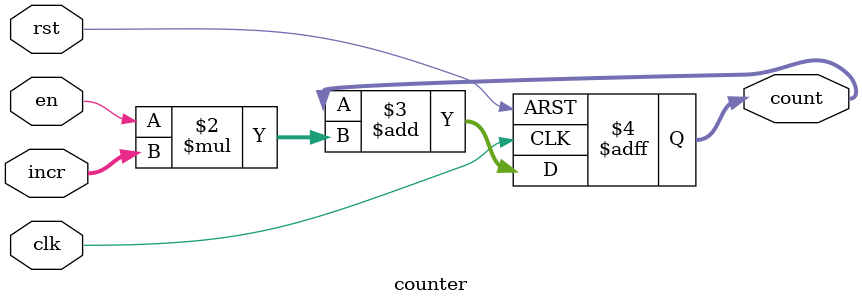
<source format=sv>
module counter #(
    parameter WIDTH = 8
)(
    input logic                 clk,    // clock (duh)
    input logic                 rst,    // reset
    input logic                 en,     // count direction
    input logic [WIDTH-1:0]     incr,
    output logic[WIDTH-1:0]     count   // count output
);

always_ff @(posedge clk, posedge rst) // CHALLENGE asynchronous reset
    if (rst) count <= {WIDTH{1'b0}};
    else count <= count + en*incr; // could be rewrittn with a mux? also why the brackets around the first arg

endmodule

</source>
